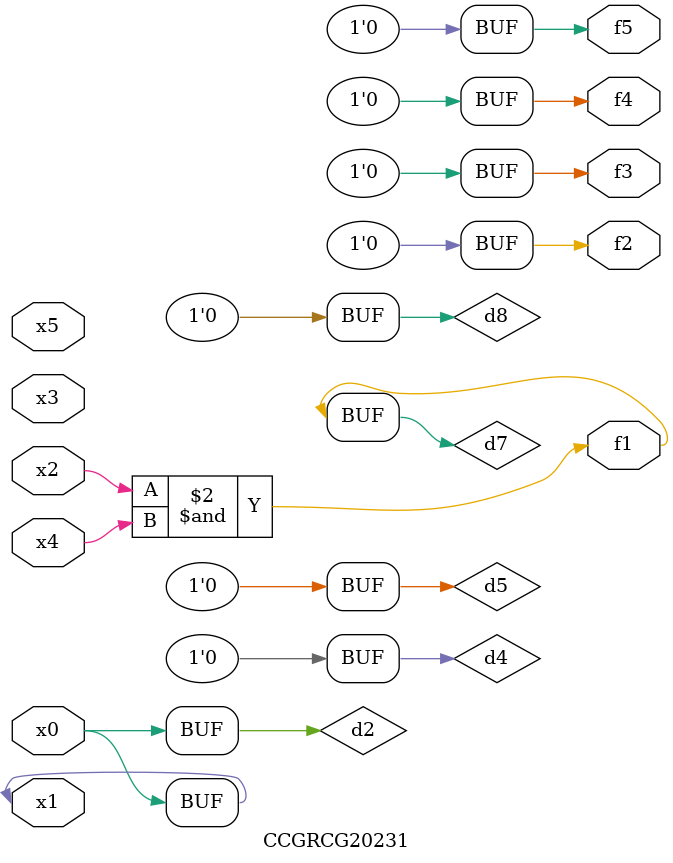
<source format=v>
module CCGRCG20231(
	input x0, x1, x2, x3, x4, x5,
	output f1, f2, f3, f4, f5
);

	wire d1, d2, d3, d4, d5, d6, d7, d8, d9;

	nand (d1, x1);
	buf (d2, x0, x1);
	nand (d3, x2, x4);
	and (d4, d1, d2);
	and (d5, d1, d2);
	nand (d6, d1, d3);
	not (d7, d3);
	xor (d8, d5);
	nor (d9, d5, d6);
	assign f1 = d7;
	assign f2 = d8;
	assign f3 = d8;
	assign f4 = d8;
	assign f5 = d8;
endmodule

</source>
